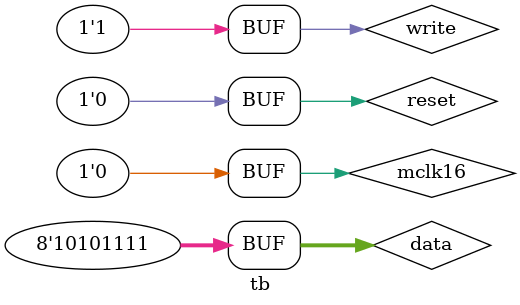
<source format=sv>
module tb;

logic mclk16;
logic reset;
logic write;
logic [7:0] data;
logic [7:0] tx;
logic txrdy;

uart dut (mclk16, reset, write, data, tx, txrdy);

// Generación de la señal de reloj
always begin
  mclk16 = 1; #20; mclk16 = 0; #20;
end

// Secuencia de inicialización
initial begin
  reset = 1; #20;
  reset = 0; #100000;
  write = 1; #100000;
  data = 8'b10101111;
end


endmodule

</source>
